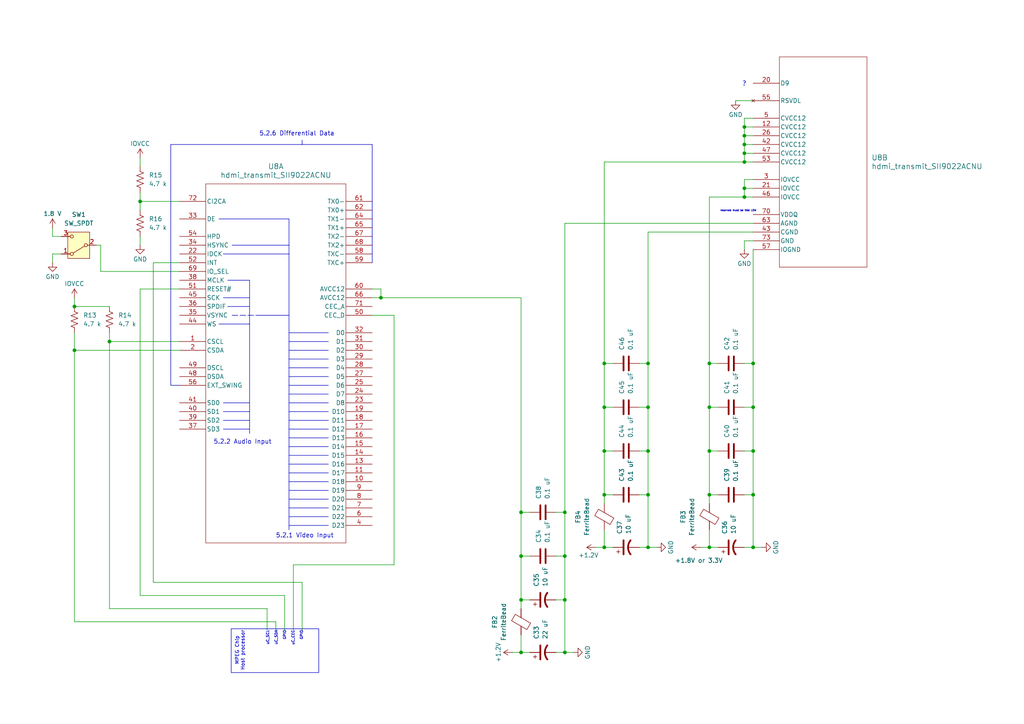
<source format=kicad_sch>
(kicad_sch (version 20250114) (generator "eeschema") (generator_version "9.0")
  (paper "A4")
  (lib_symbols
    (symbol "Device:C" (pin_numbers (hide yes)) (pin_names (offset 0.254))
      (property "Reference" "C" (at 0.635 2.54 0))
      (property "Value" "C" (at 0.635 -2.54 0))
      (symbol "C_0_1"
        (polyline (pts (xy -2.032 0.762) (xy 2.032 0.762)) (stroke (width 0.508)))
        (polyline (pts (xy -2.032 -0.762) (xy 2.032 -0.762)) (stroke (width 0.508)))
      )
      (symbol "C_1_1"
        (pin passive line (at 0 3.81 270) (length 2.794) (name "~") (number "1"))
        (pin passive line (at 0 -3.81 90) (length 2.794) (name "~") (number "2"))
      )
    )
    (symbol "Device:C_Polarized_US" (pin_numbers (hide yes)) (pin_names (offset 0.254) (hide yes))
      (property "Reference" "C" (at 0.635 2.54 0))
      (property "Value" "C_Polarized_US" (at 0.635 -2.54 0))
      (symbol "C_Polarized_US_0_1"
        (polyline (pts (xy -2.032 0.762) (xy 2.032 0.762)) (stroke (width 0.508)))
        (polyline (pts (xy -1.778 2.286) (xy -0.762 2.286)))
        (polyline (pts (xy -1.27 1.778) (xy -1.27 2.794)))
        (arc (start -2.032 -1.27) (mid 0 -0.5572) (end 2.032 -1.27) (stroke (width 0.508)))
      )
      (symbol "C_Polarized_US_1_1"
        (pin passive line (at 0 3.81 270) (length 2.794) (name "~") (number "1"))
        (pin passive line (at 0 -3.81 90) (length 3.302) (name "~") (number "2"))
      )
    )
    (symbol "Device:FerriteBead" (pin_numbers (hide yes)) (pin_names (offset 0))
      (property "Reference" "FB" (at -3.81 0.635 90))
      (property "Value" "FerriteBead" (at 3.81 0 90))
      (symbol "FerriteBead_0_1"
        (polyline (pts (xy -2.7686 0.4064) (xy -1.7018 2.2606) (xy 2.7686 -0.3048) (xy 1.6764 -2.159) (xy -2.7686 0.4064)))
        (polyline (pts (xy 0 1.27) (xy 0 1.2954)))
        (polyline (pts (xy 0 -1.27) (xy 0 -1.2192)))
      )
      (symbol "FerriteBead_1_1"
        (pin passive line (at 0 3.81 270) (length 2.54) (name "~") (number "1"))
        (pin passive line (at 0 -3.81 90) (length 2.54) (name "~") (number "2"))
      )
    )
    (symbol "Device:R_US" (pin_numbers (hide yes)) (pin_names (offset 0))
      (property "Reference" "R" (at 2.54 0 90))
      (property "Value" "R_US" (at -2.54 0 90))
      (symbol "R_US_0_1"
        (polyline (pts (xy 0 2.286) (xy 0 2.54)))
        (polyline (pts (xy 0 2.286) (xy 1.016 1.905) (xy 0 1.524) (xy -1.016 1.143) (xy 0 0.762)))
        (polyline (pts (xy 0 0.762) (xy 1.016 0.381) (xy 0 0) (xy -1.016 -0.381) (xy 0 -0.762)))
        (polyline (pts (xy 0 -0.762) (xy 1.016 -1.143) (xy 0 -1.524) (xy -1.016 -1.905) (xy 0 -2.286)))
        (polyline (pts (xy 0 -2.286) (xy 0 -2.54)))
      )
      (symbol "R_US_1_1"
        (pin passive line (at 0 3.81 270) (length 1.27) (name "~") (number "1"))
        (pin passive line (at 0 -3.81 90) (length 1.27) (name "~") (number "2"))
      )
    )
    (symbol "Switch:SW_SPDT" (pin_names (offset 0) (hide yes))
      (property "Reference" "SW" (at 0 5.08 0))
      (property "Value" "SW_SPDT" (at 0 -5.08 0))
      (symbol "SW_SPDT_0_1"
        (circle (center -2.032 0) (radius 0.4572))
        (polyline (pts (xy -1.651 0.254) (xy 1.651 2.286)))
        (circle (center 2.032 2.54) (radius 0.4572))
        (circle (center 2.032 -2.54) (radius 0.4572))
      )
      (symbol "SW_SPDT_1_1"
        (rectangle (start -3.175 3.81) (end 3.175 -3.81) (fill (type background)))
        (pin passive line (at -5.08 0 0) (length 2.54) (name "B") (number "2"))
        (pin passive line (at 5.08 2.54 180) (length 2.54) (name "A") (number "1"))
        (pin passive line (at 5.08 -2.54 180) (length 2.54) (name "C") (number "3"))
      )
    )
    (symbol "pc_mainboard:hdmi_transmit_SII9022ACNU" (pin_names (offset 0.254))
      (property "Reference" "U" (at 27.94 10.16 0))
      (property "Value" "hdmi_transmit_SII9022ACNU" (at 27.94 7.62 0))
      (symbol "hdmi_transmit_SII9022ACNU_1_1"
        (polyline (pts (xy 7.62 5.08) (xy 7.62 -99.06)) (stroke (width 0.127)))
        (polyline (pts (xy 7.62 -99.06) (xy 48.26 -99.06)) (stroke (width 0.127)))
        (polyline (pts (xy 48.26 5.08) (xy 7.62 5.08)) (stroke (width 0.127)))
        (polyline (pts (xy 48.26 -99.06) (xy 48.26 5.08)) (stroke (width 0.127)))
        (pin input line (at 0 0 0) (length 7.62) (name "CI2CA") (number "72"))
        (pin input line (at 0 -5.08 0) (length 7.62) (name "DE") (number "33"))
        (pin input line (at 0 -10.16 0) (length 7.62) (name "HPD") (number "54"))
        (pin input line (at 0 -12.7 0) (length 7.62) (name "HSYNC") (number "34"))
        (pin input line (at 0 -15.24 0) (length 7.62) (name "IDCK") (number "22"))
        (pin output line (at 0 -17.78 0) (length 7.62) (name "INT") (number "52"))
        (pin input line (at 0 -20.32 0) (length 7.62) (name "IO_SEL") (number "69"))
        (pin input line (at 0 -22.86 0) (length 7.62) (name "MCLK") (number "38"))
        (pin input line (at 0 -25.4 0) (length 7.62) (name "RESET#") (number "51"))
        (pin input line (at 0 -27.94 0) (length 7.62) (name "SCK") (number "45"))
        (pin input line (at 0 -30.48 0) (length 7.62) (name "SPDIF") (number "36"))
        (pin input line (at 0 -33.02 0) (length 7.62) (name "VSYNC") (number "35"))
        (pin input line (at 0 -35.56 0) (length 7.62) (name "WS") (number "44"))
        (pin bidirectional line (at 0 -40.64 0) (length 7.62) (name "CSCL") (number "1"))
        (pin bidirectional line (at 0 -43.18 0) (length 7.62) (name "CSDA") (number "2"))
        (pin bidirectional line (at 0 -48.26 0) (length 7.62) (name "DSCL") (number "49"))
        (pin bidirectional line (at 0 -50.8 0) (length 7.62) (name "DSDA") (number "48"))
        (pin unspecified line (at 0 -53.34 0) (length 7.62) (name "EXT_SWING") (number "56"))
        (pin input line (at 0 -58.42 0) (length 7.62) (name "SD0") (number "41"))
        (pin input line (at 0 -60.96 0) (length 7.62) (name "SD1") (number "40"))
        (pin input line (at 0 -63.5 0) (length 7.62) (name "SD2") (number "39"))
        (pin input line (at 0 -66.04 0) (length 7.62) (name "SD3") (number "37"))
        (pin output line (at 55.88 0 180) (length 7.62) (name "TX0-") (number "61"))
        (pin output line (at 55.88 -2.54 180) (length 7.62) (name "TX0+") (number "62"))
        (pin output line (at 55.88 -5.08 180) (length 7.62) (name "TX1-") (number "64"))
        (pin output line (at 55.88 -7.62 180) (length 7.62) (name "TX1+") (number "65"))
        (pin output line (at 55.88 -10.16 180) (length 7.62) (name "TX2-") (number "67"))
        (pin output line (at 55.88 -12.7 180) (length 7.62) (name "TX2+") (number "68"))
        (pin output line (at 55.88 -15.24 180) (length 7.62) (name "TXC-") (number "58"))
        (pin output line (at 55.88 -17.78 180) (length 7.62) (name "TXC+") (number "59"))
        (pin bidirectional line (at 55.88 -25.4 180) (length 7.62) (name "AVCC12") (number "60"))
        (pin bidirectional line (at 55.88 -27.94 180) (length 7.62) (name "AVCC12") (number "66"))
        (pin bidirectional line (at 55.88 -30.48 180) (length 7.62) (name "CEC_A") (number "71"))
        (pin bidirectional line (at 55.88 -33.02 180) (length 7.62) (name "CEC_D") (number "50"))
        (pin input line (at 55.88 -38.1 180) (length 7.62) (name "D0") (number "32"))
        (pin input line (at 55.88 -40.64 180) (length 7.62) (name "D1") (number "31"))
        (pin input line (at 55.88 -43.18 180) (length 7.62) (name "D2") (number "30"))
        (pin input line (at 55.88 -45.72 180) (length 7.62) (name "D3") (number "29"))
        (pin input line (at 55.88 -48.26 180) (length 7.62) (name "D4") (number "28"))
        (pin input line (at 55.88 -50.8 180) (length 7.62) (name "D5") (number "27"))
        (pin input line (at 55.88 -53.34 180) (length 7.62) (name "D6") (number "25"))
        (pin input line (at 55.88 -55.88 180) (length 7.62) (name "D7") (number "24"))
        (pin input line (at 55.88 -58.42 180) (length 7.62) (name "D8") (number "23"))
        (pin input line (at 55.88 -60.96 180) (length 7.62) (name "D10") (number "19"))
        (pin input line (at 55.88 -63.5 180) (length 7.62) (name "D11") (number "18"))
        (pin input line (at 55.88 -66.04 180) (length 7.62) (name "D12") (number "17"))
        (pin input line (at 55.88 -68.58 180) (length 7.62) (name "D13") (number "16"))
        (pin input line (at 55.88 -71.12 180) (length 7.62) (name "D14") (number "15"))
        (pin input line (at 55.88 -73.66 180) (length 7.62) (name "D15") (number "14"))
        (pin input line (at 55.88 -76.2 180) (length 7.62) (name "D16") (number "13"))
        (pin input line (at 55.88 -78.74 180) (length 7.62) (name "D17") (number "11"))
        (pin input line (at 55.88 -81.28 180) (length 7.62) (name "D18") (number "10"))
        (pin input line (at 55.88 -83.82 180) (length 7.62) (name "D19") (number "9"))
        (pin input line (at 55.88 -86.36 180) (length 7.62) (name "D20") (number "8"))
        (pin input line (at 55.88 -88.9 180) (length 7.62) (name "D21") (number "7"))
        (pin input line (at 55.88 -91.44 180) (length 7.62) (name "D22") (number "6"))
        (pin input line (at 55.88 -93.98 180) (length 7.62) (name "D23") (number "4"))
      )
      (symbol "hdmi_transmit_SII9022ACNU_2_1"
        (polyline (pts (xy 7.62 7.62) (xy 7.62 -53.34)) (stroke (width 0.127)))
        (polyline (pts (xy 7.62 -53.34) (xy 33.02 -53.34)) (stroke (width 0.127)))
        (polyline (pts (xy 33.02 7.62) (xy 7.62 7.62)) (stroke (width 0.127)))
        (polyline (pts (xy 33.02 -53.34) (xy 33.02 7.62)) (stroke (width 0.127)))
        (pin input line (at 0 0 0) (length 7.62) (name "D9") (number "20"))
        (pin no_connect line (at 0 -5.08 0) (length 7.62) (name "RSVDL") (number "55"))
        (pin power_in line (at 0 -10.16 0) (length 7.62) (name "CVCC12") (number "5"))
        (pin power_in line (at 0 -12.7 0) (length 7.62) (name "CVCC12") (number "12"))
        (pin power_in line (at 0 -15.24 0) (length 7.62) (name "CVCC12") (number "26"))
        (pin power_in line (at 0 -17.78 0) (length 7.62) (name "CVCC12") (number "42"))
        (pin power_in line (at 0 -20.32 0) (length 7.62) (name "CVCC12") (number "47"))
        (pin power_in line (at 0 -22.86 0) (length 7.62) (name "CVCC12") (number "53"))
        (pin power_in line (at 0 -27.94 0) (length 7.62) (name "IOVCC") (number "3"))
        (pin power_in line (at 0 -30.48 0) (length 7.62) (name "IOVCC") (number "21"))
        (pin power_in line (at 0 -33.02 0) (length 7.62) (name "IOVCC") (number "46"))
        (pin power_in line (at 0 -38.1 0) (length 7.62) (name "VDDQ") (number "70"))
        (pin power_out line (at 0 -40.64 0) (length 7.62) (name "AGND") (number "63"))
        (pin power_out line (at 0 -43.18 0) (length 7.62) (name "CGND") (number "43"))
        (pin power_out line (at 0 -45.72 0) (length 7.62) (name "GND") (number "73"))
        (pin power_out line (at 0 -48.26 0) (length 7.62) (name "IOGND") (number "57"))
      )
    )
    (symbol "power:+1V35" (power) (pin_numbers (hide yes)) (pin_names (offset 0) (hide yes))
      (property "Value" "+1V35" (at 0 3.556 0))
      (symbol "+1V35_0_1"
        (polyline (pts (xy -0.762 1.27) (xy 0 2.54)))
        (polyline (pts (xy 0 2.54) (xy 0.762 1.27)))
        (polyline (pts (xy 0 0) (xy 0 2.54)))
      )
      (symbol "+1V35_1_1"
        (pin power_in line (at 0 0 90) (length 0) (name "~") (number "1"))
      )
    )
    (symbol "power:GND" (power) (pin_numbers (hide yes)) (pin_names (offset 0) (hide yes))
      (property "Value" "GND" (at 0 -3.81 0))
      (symbol "GND_0_1"
        (polyline (pts (xy 0 0) (xy 0 -1.27) (xy 1.27 -1.27) (xy 0 -2.54) (xy -1.27 -1.27) (xy 0 -1.27)))
      )
      (symbol "GND_1_1"
        (pin power_in line (at 0 0 270) (length 0) (name "~") (number "1"))
      )
    )
  )
  (rectangle (start 67.056 195.072) (end 92.456 182.372))
  (text "MPEG Chip\nHost processor" (at 69.596 188.722 90) (effects (font (size 1.016 1.016))))
  (text "reserved must be tied LOW" (at 214.122 61.214 0) (effects (font (size 0.508 0.508))))
  (text "5.2.1 Video Input" (at 88.392 155.448 0) (effects (font (size 1.27 1.27))))
  (text "5.2.6 Differential Data" (at 86.106 38.862 0) (effects (font (size 1.27 1.27))))
  (text "5.2.2 Audio Input" (at 70.358 128.27 0) (effects (font (size 1.27 1.27))))
  (text "uC_SCL\n\nuC_SDA\n\nGPIO\n\nuC_CEC\n\nGPIO" (at 82.55 182.88 90) (effects (font (size 0.762 0.762)) (justify right)))
  (text "?" (at 215.9 24.384 0) (effects (font (size 1.27 1.27))))
  (junction (at 205.74 130.81))
  (junction (at 215.9 36.83))
  (junction (at 218.44 118.11))
  (junction (at 151.13 173.99))
  (junction (at 151.13 189.23))
  (junction (at 21.59 88.9))
  (junction (at 218.44 158.75))
  (junction (at 187.96 143.51))
  (junction (at 205.74 105.41))
  (junction (at 187.96 118.11))
  (junction (at 218.44 143.51))
  (junction (at 218.44 105.41))
  (junction (at 40.64 58.42))
  (junction (at 163.83 189.23))
  (junction (at 205.74 143.51))
  (junction (at 187.96 105.41))
  (junction (at 187.96 130.81))
  (junction (at 215.9 41.91))
  (junction (at 215.9 54.61))
  (junction (at 21.59 101.6))
  (junction (at 163.83 148.59))
  (junction (at 205.74 158.75))
  (junction (at 175.26 118.11))
  (junction (at 175.26 158.75))
  (junction (at 187.96 158.75))
  (junction (at 215.9 39.37))
  (junction (at 151.13 161.29))
  (junction (at 31.75 99.06))
  (junction (at 215.9 46.99))
  (junction (at 163.83 173.99))
  (junction (at 163.83 161.29))
  (junction (at 175.26 105.41))
  (junction (at 205.74 118.11))
  (junction (at 110.49 86.36))
  (junction (at 215.9 44.45))
  (junction (at 175.26 130.81))
  (junction (at 151.13 148.59))
  (junction (at 215.9 57.15))
  (junction (at 175.26 143.51))
  (junction (at 218.44 130.81))
  (wire (pts (xy 205.74 158.75) (xy 205.74 153.67)))
  (wire (pts (xy 215.9 36.83) (xy 218.44 36.83)))
  (wire (pts (xy 80.01 180.34) (xy 21.59 180.34)))
  (wire (pts (xy 203.2 158.75) (xy 205.74 158.75)))
  (polyline (pts (xy 107.95 76.2) (xy 107.95 41.91)))
  (polyline (pts (xy 83.82 127) (xy 95.25 127)))
  (wire (pts (xy 87.63 182.88) (xy 87.63 168.91)))
  (polyline (pts (xy 83.82 121.92) (xy 95.25 121.92)))
  (wire (pts (xy 29.21 71.12) (xy 29.21 78.74)))
  (wire (pts (xy 215.9 39.37) (xy 218.44 39.37)))
  (wire (pts (xy 52.07 101.6) (xy 21.59 101.6)))
  (wire (pts (xy 187.96 130.81) (xy 185.42 130.81)))
  (wire (pts (xy 163.83 64.77) (xy 218.44 64.77)))
  (wire (pts (xy 215.9 36.83) (xy 215.9 39.37)))
  (wire (pts (xy 215.9 52.07) (xy 215.9 54.61)))
  (wire (pts (xy 21.59 88.9) (xy 31.75 88.9)))
  (wire (pts (xy 215.9 54.61) (xy 215.9 57.15)))
  (wire (pts (xy 82.55 172.72) (xy 40.64 172.72)))
  (polyline (pts (xy 83.82 71.12) (xy 83.82 73.66)))
  (polyline (pts (xy 83.82 152.4) (xy 95.25 152.4)))
  (wire (pts (xy 205.74 143.51) (xy 205.74 130.81)))
  (wire (pts (xy 218.44 52.07) (xy 215.9 52.07)))
  (wire (pts (xy 205.74 130.81) (xy 208.28 130.81)))
  (wire (pts (xy 218.44 158.75) (xy 220.98 158.75)))
  (wire (pts (xy 187.96 143.51) (xy 185.42 143.51)))
  (wire (pts (xy 205.74 146.05) (xy 205.74 143.51)))
  (polyline (pts (xy 67.31 71.12) (xy 83.82 71.12)))
  (polyline (pts (xy 83.82 149.86) (xy 95.25 149.86)))
  (wire (pts (xy 40.64 83.82) (xy 40.64 172.72)))
  (wire (pts (xy 175.26 143.51) (xy 175.26 130.81)))
  (polyline (pts (xy 83.82 132.08) (xy 95.25 132.08)))
  (wire (pts (xy 218.44 105.41) (xy 215.9 105.41)))
  (wire (pts (xy 163.83 189.23) (xy 163.83 173.99)))
  (wire (pts (xy 218.44 143.51) (xy 218.44 130.81)))
  (wire (pts (xy 31.75 96.52) (xy 31.75 99.06)))
  (wire (pts (xy 215.9 69.85) (xy 215.9 72.39)))
  (polyline (pts (xy 63.5 63.5) (xy 83.82 63.5)))
  (wire (pts (xy 17.78 73.66) (xy 15.24 73.66)))
  (wire (pts (xy 21.59 101.6) (xy 21.59 96.52)))
  (wire (pts (xy 187.96 158.75) (xy 190.5 158.75)))
  (wire (pts (xy 205.74 118.11) (xy 205.74 105.41)))
  (wire (pts (xy 163.83 161.29) (xy 161.29 161.29)))
  (wire (pts (xy 185.42 158.75) (xy 187.96 158.75)))
  (wire (pts (xy 87.63 168.91) (xy 44.45 168.91)))
  (wire (pts (xy 187.96 67.31) (xy 187.96 105.41)))
  (polyline (pts (xy 83.82 99.06) (xy 95.25 99.06)))
  (polyline (pts (xy 66.04 81.28) (xy 72.39 81.28)))
  (wire (pts (xy 175.26 130.81) (xy 175.26 118.11)))
  (wire (pts (xy 40.64 68.58) (xy 40.64 71.12)))
  (wire (pts (xy 151.13 148.59) (xy 153.67 148.59)))
  (polyline (pts (xy 64.77 86.36) (xy 72.39 86.36)))
  (wire (pts (xy 110.49 86.36) (xy 107.95 86.36)))
  (wire (pts (xy 205.74 143.51) (xy 208.28 143.51)))
  (polyline (pts (xy 87.63 41.91) (xy 49.53 41.91)))
  (wire (pts (xy 215.9 158.75) (xy 218.44 158.75)))
  (wire (pts (xy 40.64 58.42) (xy 40.64 60.96)))
  (polyline (pts (xy 87.63 40.64) (xy 87.63 41.91)))
  (wire (pts (xy 218.44 69.85) (xy 215.9 69.85)))
  (wire (pts (xy 215.9 57.15) (xy 218.44 57.15)))
  (wire (pts (xy 187.96 130.81) (xy 187.96 118.11)))
  (wire (pts (xy 151.13 161.29) (xy 153.67 161.29)))
  (wire (pts (xy 213.36 29.21) (xy 218.44 29.21)))
  (wire (pts (xy 44.45 76.2) (xy 52.07 76.2)))
  (wire (pts (xy 151.13 86.36) (xy 110.49 86.36)))
  (wire (pts (xy 215.9 54.61) (xy 218.44 54.61)))
  (polyline (pts (xy 107.95 41.91) (xy 87.63 41.91)))
  (wire (pts (xy 151.13 173.99) (xy 153.67 173.99)))
  (wire (pts (xy 215.9 44.45) (xy 218.44 44.45)))
  (wire (pts (xy 218.44 118.11) (xy 215.9 118.11)))
  (wire (pts (xy 175.26 46.99) (xy 175.26 105.41)))
  (wire (pts (xy 175.26 118.11) (xy 177.8 118.11)))
  (wire (pts (xy 151.13 176.53) (xy 151.13 173.99)))
  (wire (pts (xy 175.26 143.51) (xy 177.8 143.51)))
  (wire (pts (xy 85.09 163.83) (xy 114.3 163.83)))
  (wire (pts (xy 151.13 189.23) (xy 151.13 184.15)))
  (wire (pts (xy 44.45 168.91) (xy 44.45 76.2)))
  (polyline (pts (xy 83.82 144.78) (xy 95.25 144.78)))
  (polyline (pts (xy 83.82 96.52) (xy 95.25 96.52)))
  (wire (pts (xy 187.96 105.41) (xy 185.42 105.41)))
  (wire (pts (xy 218.44 158.75) (xy 218.44 143.51)))
  (polyline (pts (xy 83.82 63.5) (xy 83.82 71.12)))
  (wire (pts (xy 21.59 86.36) (xy 21.59 88.9)))
  (wire (pts (xy 163.83 189.23) (xy 166.37 189.23)))
  (polyline (pts (xy 83.82 106.68) (xy 95.25 106.68)))
  (wire (pts (xy 15.24 66.04) (xy 15.24 68.58)))
  (wire (pts (xy 218.44 130.81) (xy 215.9 130.81)))
  (wire (pts (xy 205.74 158.75) (xy 208.28 158.75)))
  (wire (pts (xy 215.9 44.45) (xy 215.9 46.99)))
  (wire (pts (xy 187.96 158.75) (xy 187.96 143.51)))
  (polyline (pts (xy 64.77 121.92) (xy 72.39 121.92)))
  (polyline (pts (xy 83.82 142.24) (xy 95.25 142.24)))
  (wire (pts (xy 175.26 105.41) (xy 177.8 105.41)))
  (wire (pts (xy 107.95 83.82) (xy 110.49 83.82)))
  (polyline (pts (xy 49.53 111.76) (xy 52.07 111.76)))
  (wire (pts (xy 151.13 148.59) (xy 151.13 86.36)))
  (wire (pts (xy 27.94 71.12) (xy 29.21 71.12)))
  (wire (pts (xy 29.21 78.74) (xy 52.07 78.74)))
  (wire (pts (xy 175.26 153.67) (xy 175.26 158.75)))
  (wire (pts (xy 163.83 148.59) (xy 163.83 64.77)))
  (wire (pts (xy 163.83 173.99) (xy 163.83 161.29)))
  (wire (pts (xy 218.44 143.51) (xy 215.9 143.51)))
  (wire (pts (xy 187.96 143.51) (xy 187.96 130.81)))
  (wire (pts (xy 163.83 161.29) (xy 163.83 148.59)))
  (wire (pts (xy 40.64 45.72) (xy 40.64 48.26)))
  (polyline (pts (xy 67.31 91.44) (xy 74.93 91.44)) (stroke (width 0) (type dash)))
  (polyline (pts (xy 83.82 116.84) (xy 95.25 116.84)))
  (polyline (pts (xy 64.77 73.66) (xy 83.82 73.66)))
  (wire (pts (xy 218.44 67.31) (xy 187.96 67.31)))
  (polyline (pts (xy 64.77 119.38) (xy 72.39 119.38)))
  (wire (pts (xy 205.74 57.15) (xy 215.9 57.15)))
  (wire (pts (xy 40.64 58.42) (xy 52.07 58.42)))
  (wire (pts (xy 187.96 118.11) (xy 187.96 105.41)))
  (wire (pts (xy 40.64 83.82) (xy 52.07 83.82)))
  (wire (pts (xy 215.9 41.91) (xy 215.9 44.45)))
  (wire (pts (xy 175.26 130.81) (xy 177.8 130.81)))
  (polyline (pts (xy 74.93 91.44) (xy 83.82 91.44)))
  (wire (pts (xy 175.26 158.75) (xy 172.72 158.75)))
  (polyline (pts (xy 83.82 153.67) (xy 83.82 73.66)))
  (wire (pts (xy 80.01 182.88) (xy 80.01 180.34)))
  (polyline (pts (xy 49.53 41.91) (xy 49.53 111.76)))
  (wire (pts (xy 114.3 91.44) (xy 107.95 91.44)))
  (wire (pts (xy 40.64 55.88) (xy 40.64 58.42)))
  (polyline (pts (xy 83.82 111.76) (xy 95.25 111.76)))
  (wire (pts (xy 15.24 68.58) (xy 17.78 68.58)))
  (polyline (pts (xy 83.82 147.32) (xy 95.25 147.32)))
  (wire (pts (xy 151.13 189.23) (xy 153.67 189.23)))
  (polyline (pts (xy 66.04 88.9) (xy 72.39 88.9)))
  (wire (pts (xy 205.74 130.81) (xy 205.74 118.11)))
  (polyline (pts (xy 83.82 104.14) (xy 95.25 104.14)))
  (wire (pts (xy 218.44 118.11) (xy 218.44 105.41)))
  (wire (pts (xy 148.59 189.23) (xy 151.13 189.23)))
  (wire (pts (xy 151.13 161.29) (xy 151.13 148.59)))
  (wire (pts (xy 77.47 182.88) (xy 77.47 176.53)))
  (wire (pts (xy 187.96 118.11) (xy 185.42 118.11)))
  (wire (pts (xy 163.83 173.99) (xy 161.29 173.99)))
  (polyline (pts (xy 83.82 101.6) (xy 95.25 101.6)))
  (polyline (pts (xy 64.77 116.84) (xy 72.39 116.84)))
  (wire (pts (xy 215.9 41.91) (xy 218.44 41.91)))
  (wire (pts (xy 175.26 146.05) (xy 175.26 143.51)))
  (wire (pts (xy 31.75 176.53) (xy 31.75 99.06)))
  (polyline (pts (xy 83.82 114.3) (xy 95.25 114.3)))
  (wire (pts (xy 205.74 118.11) (xy 208.28 118.11)))
  (wire (pts (xy 163.83 148.59) (xy 161.29 148.59)))
  (wire (pts (xy 31.75 99.06) (xy 52.07 99.06)))
  (polyline (pts (xy 63.5 93.98) (xy 72.39 93.98)))
  (wire (pts (xy 215.9 46.99) (xy 175.26 46.99)))
  (wire (pts (xy 15.24 73.66) (xy 15.24 76.2)))
  (wire (pts (xy 82.55 182.88) (xy 82.55 172.72)))
  (wire (pts (xy 215.9 34.29) (xy 215.9 36.83)))
  (wire (pts (xy 218.44 130.81) (xy 218.44 118.11)))
  (wire (pts (xy 85.09 182.88) (xy 85.09 163.83)))
  (wire (pts (xy 218.44 72.39) (xy 218.44 105.41)))
  (polyline (pts (xy 83.82 129.54) (xy 95.25 129.54)))
  (polyline (pts (xy 83.82 119.38) (xy 95.25 119.38)))
  (polyline (pts (xy 83.82 137.16) (xy 95.25 137.16)))
  (wire (pts (xy 151.13 173.99) (xy 151.13 161.29)))
  (wire (pts (xy 215.9 39.37) (xy 215.9 41.91)))
  (polyline (pts (xy 72.39 93.98) (xy 72.39 125.73)))
  (polyline (pts (xy 83.82 134.62) (xy 95.25 134.62)))
  (polyline (pts (xy 83.82 124.46) (xy 95.25 124.46)))
  (wire (pts (xy 205.74 105.41) (xy 208.28 105.41)))
  (wire (pts (xy 114.3 163.83) (xy 114.3 91.44)))
  (wire (pts (xy 175.26 158.75) (xy 177.8 158.75)))
  (wire (pts (xy 175.26 118.11) (xy 175.26 105.41)))
  (polyline (pts (xy 64.77 124.46) (xy 72.39 124.46)))
  (polyline (pts (xy 72.39 81.28) (xy 72.39 93.98)))
  (wire (pts (xy 205.74 105.41) (xy 205.74 57.15)))
  (wire (pts (xy 77.47 176.53) (xy 31.75 176.53)))
  (wire (pts (xy 218.44 34.29) (xy 215.9 34.29)))
  (wire (pts (xy 161.29 189.23) (xy 163.83 189.23)))
  (wire (pts (xy 21.59 180.34) (xy 21.59 101.6)))
  (polyline (pts (xy 83.82 139.7) (xy 95.25 139.7)))
  (wire (pts (xy 110.49 83.82) (xy 110.49 86.36)))
  (polyline (pts (xy 83.82 109.22) (xy 95.25 109.22)))
  (wire (pts (xy 215.9 46.99) (xy 218.44 46.99)))
  (symbol (lib_id "Switch:SW_SPDT") (at 22.86 71.12 180) (unit 1)
    (property "Reference" "SW1" (at 22.86 62.23 0))
    (property "Value" "SW_SPDT" (at 22.86 64.77 0))
    (property "Description" "Switch, single pole double throw" (effects (hide yes)))
  )
  (symbol (lib_id "Device:FerriteBead") (at 151.13 180.34 180) (unit 1)
    (property "Reference" "FB2" (at 143.51 180.3908 90))
    (property "Value" "FerriteBead" (at 146.05 180.3908 90))
    (property "Description" "Ferrite bead" (effects (hide yes)))
  )
  (symbol (lib_id "Device:R_US") (at 31.75 92.71 0) (unit 1)
    (property "Reference" "R14" (at 34.29 91.4399 0) (effects (justify left)))
    (property "Value" "4.7 k" (at 34.29 93.9799 0) (effects (justify left)))
    (property "Description" "Resistor, US symbol" (effects (hide yes)))
  )
  (symbol (lib_id "power:GND") (at 220.98 158.75 90) (unit 1)
    (property "Reference" "#PWR045" (effects (hide yes)))
    (property "Value" "GND" (at 225.044 158.75 0))
    (property "Description" "Power symbol creates a global label with name \"GND\" , ground" (effects (hide yes)))
  )
  (symbol (lib_id "Device:C") (at 157.48 161.29 90) (unit 1)
    (property "Reference" "C34" (at 156.2099 157.48 0) (effects (justify left)))
    (property "Value" "0.1 uF" (at 158.7499 157.48 0) (effects (justify left)))
    (property "Description" "Unpolarized capacitor" (effects (hide yes)))
  )
  (symbol (lib_id "Device:C_Polarized_US") (at 157.48 173.99 90) (unit 1)
    (property "Reference" "C35" (at 155.5749 170.18 0) (effects (justify left)))
    (property "Value" "10 uF" (at 158.1149 170.18 0) (effects (justify left)))
    (property "Description" "Polarized capacitor, US symbol" (effects (hide yes)))
  )
  (symbol (lib_id "Device:C") (at 181.61 143.51 90) (unit 1)
    (property "Reference" "C43" (at 180.3399 139.7 0) (effects (justify left)))
    (property "Value" "0.1 uF" (at 182.8799 139.7 0) (effects (justify left)))
    (property "Description" "Unpolarized capacitor" (effects (hide yes)))
  )
  (symbol (lib_id "power:GND") (at 15.24 76.2 0) (unit 1)
    (property "Reference" "#PWR048" (effects (hide yes)))
    (property "Value" "GND" (at 15.24 80.264 0))
    (property "Description" "Power symbol creates a global label with name \"GND\" , ground" (effects (hide yes)))
  )
  (symbol (lib_id "Device:R_US") (at 21.59 92.71 0) (unit 1)
    (property "Reference" "R13" (at 24.13 91.4399 0) (effects (justify left)))
    (property "Value" "4.7 k" (at 24.13 93.9799 0) (effects (justify left)))
    (property "Description" "Resistor, US symbol" (effects (hide yes)))
  )
  (symbol (lib_id "Device:C") (at 212.09 143.51 90) (unit 1)
    (property "Reference" "C39" (at 210.8199 139.7 0) (effects (justify left)))
    (property "Value" "0.1 uF" (at 213.3599 139.7 0) (effects (justify left)))
    (property "Description" "Unpolarized capacitor" (effects (hide yes)))
  )
  (symbol (lib_id "pc_mainboard:hdmi_transmit_SII9022ACNU") (at 218.44 24.13 0) (unit 2)
    (property "Reference" "U8" (at 252.73 45.7199 0) (effects (font (size 1.524 1.524)) (justify left)))
    (property "Value" "hdmi_transmit_SII9022ACNU" (at 252.73 48.2599 0) (effects (font (size 1.524 1.524)) (justify left)))
    (property "Footprint" "QFN72_10X10_LAT" (effects (hide yes)))
    (property "Datasheet" "SII9022ACNU" (effects (hide yes)))
  )
  (symbol (lib_id "power:GND") (at 40.64 71.12 0) (unit 1)
    (property "Reference" "#PWR050" (effects (hide yes)))
    (property "Value" "GND" (at 40.64 75.184 0))
    (property "Description" "Power symbol creates a global label with name \"GND\" , ground" (effects (hide yes)))
  )
  (symbol (lib_id "power:+1V35") (at 172.72 158.75 90) (unit 1)
    (property "Reference" "#PWR043" (effects (hide yes)))
    (property "Value" "+1.2V" (at 170.688 161.036 90))
    (property "Description" "Power symbol creates a global label with name \"+1V35\"" (effects (hide yes)))
  )
  (symbol (lib_id "power:+1V35") (at 203.2 158.75 90) (unit 1)
    (property "Reference" "#PWR042" (effects (hide yes)))
    (property "Value" "+1.8V or 3.3V" (at 202.692 162.56 90))
    (property "Description" "Power symbol creates a global label with name \"+1V35\"" (effects (hide yes)))
  )
  (symbol (lib_id "power:+1V35") (at 15.24 66.04 0) (unit 1)
    (property "Reference" "#PWR047" (effects (hide yes)))
    (property "Value" "1.8 V" (at 15.24 61.976 0))
    (property "Description" "Power symbol creates a global label with name \"+1V35\"" (effects (hide yes)))
  )
  (symbol (lib_id "Device:C_Polarized_US") (at 157.48 189.23 90) (unit 1)
    (property "Reference" "C33" (at 155.5749 185.42 0) (effects (justify left)))
    (property "Value" "22 uF" (at 158.1149 185.42 0) (effects (justify left)))
    (property "Description" "Polarized capacitor, US symbol" (effects (hide yes)))
  )
  (symbol (lib_id "Device:C") (at 181.61 118.11 90) (unit 1)
    (property "Reference" "C45" (at 180.3399 114.3 0) (effects (justify left)))
    (property "Value" "0.1 uF" (at 182.8799 114.3 0) (effects (justify left)))
    (property "Description" "Unpolarized capacitor" (effects (hide yes)))
  )
  (symbol (lib_id "pc_mainboard:hdmi_transmit_SII9022ACNU") (at 52.07 58.42 0) (unit 1)
    (property "Reference" "U8" (at 80.01 48.26 0) (effects (font (size 1.524 1.524))))
    (property "Value" "hdmi_transmit_SII9022ACNU" (at 80.01 50.8 0) (effects (font (size 1.524 1.524))))
    (property "Footprint" "QFN72_10X10_LAT" (effects (hide yes)))
    (property "Datasheet" "SII9022ACNU" (effects (hide yes)))
  )
  (symbol (lib_id "Device:C_Polarized_US") (at 212.09 158.75 90) (unit 1)
    (property "Reference" "C36" (at 210.1849 154.94 0) (effects (justify left)))
    (property "Value" "10 uF" (at 212.7249 154.94 0) (effects (justify left)))
    (property "Description" "Polarized capacitor, US symbol" (effects (hide yes)))
  )
  (symbol (lib_id "Device:R_US") (at 40.64 52.07 0) (unit 1)
    (property "Reference" "R15" (at 43.18 50.7999 0) (effects (justify left)))
    (property "Value" "4.7 k" (at 43.18 53.3399 0) (effects (justify left)))
    (property "Description" "Resistor, US symbol" (effects (hide yes)))
  )
  (symbol (lib_id "Device:C_Polarized_US") (at 181.61 158.75 90) (unit 1)
    (property "Reference" "C37" (at 179.7049 154.94 0) (effects (justify left)))
    (property "Value" "10 uF" (at 182.2449 154.94 0) (effects (justify left)))
    (property "Description" "Polarized capacitor, US symbol" (effects (hide yes)))
  )
  (symbol (lib_id "Device:R_US") (at 40.64 64.77 0) (unit 1)
    (property "Reference" "R16" (at 43.18 63.4999 0) (effects (justify left)))
    (property "Value" "4.7 k" (at 43.18 66.0399 0) (effects (justify left)))
    (property "Description" "Resistor, US symbol" (effects (hide yes)))
  )
  (symbol (lib_id "power:GND") (at 190.5 158.75 90) (unit 1)
    (property "Reference" "#PWR046" (effects (hide yes)))
    (property "Value" "GND" (at 194.564 158.75 0))
    (property "Description" "Power symbol creates a global label with name \"GND\" , ground" (effects (hide yes)))
  )
  (symbol (lib_id "power:+1V35") (at 148.59 189.23 90) (unit 1)
    (property "Reference" "#PWR039" (effects (hide yes)))
    (property "Value" "+1.2V" (at 144.526 189.23 0))
    (property "Description" "Power symbol creates a global label with name \"+1V35\"" (effects (hide yes)))
  )
  (symbol (lib_id "Device:C") (at 212.09 130.81 90) (unit 1)
    (property "Reference" "C40" (at 210.8199 127 0) (effects (justify left)))
    (property "Value" "0.1 uF" (at 213.3599 127 0) (effects (justify left)))
    (property "Description" "Unpolarized capacitor" (effects (hide yes)))
  )
  (symbol (lib_id "power:GND") (at 213.36 29.21 0) (unit 1)
    (property "Reference" "#PWR049" (effects (hide yes)))
    (property "Value" "GND" (at 213.36 33.274 0))
    (property "Description" "Power symbol creates a global label with name \"GND\" , ground" (effects (hide yes)))
  )
  (symbol (lib_id "power:GND") (at 166.37 189.23 90) (unit 1)
    (property "Reference" "#PWR044" (effects (hide yes)))
    (property "Value" "GND" (at 170.434 189.23 0))
    (property "Description" "Power symbol creates a global label with name \"GND\" , ground" (effects (hide yes)))
  )
  (symbol (lib_id "Device:C") (at 212.09 105.41 90) (unit 1)
    (property "Reference" "C42" (at 210.8199 101.6 0) (effects (justify left)))
    (property "Value" "0.1 uF" (at 213.3599 101.6 0) (effects (justify left)))
    (property "Description" "Unpolarized capacitor" (effects (hide yes)))
  )
  (symbol (lib_id "Device:FerriteBead") (at 175.26 149.86 180) (unit 1)
    (property "Reference" "FB4" (at 167.64 149.9108 90))
    (property "Value" "FerriteBead" (at 170.18 149.9108 90))
    (property "Description" "Ferrite bead" (effects (hide yes)))
  )
  (symbol (lib_id "Device:FerriteBead") (at 205.74 149.86 180) (unit 1)
    (property "Reference" "FB3" (at 198.12 149.9108 90))
    (property "Value" "FerriteBead" (at 200.66 149.9108 90))
    (property "Description" "Ferrite bead" (effects (hide yes)))
  )
  (symbol (lib_id "power:GND") (at 215.9 72.39 0) (unit 1)
    (property "Reference" "#PWR053" (effects (hide yes)))
    (property "Value" "GND" (at 215.9 76.454 0))
    (property "Description" "Power symbol creates a global label with name \"GND\" , ground" (effects (hide yes)))
  )
  (symbol (lib_id "Device:C") (at 212.09 118.11 90) (unit 1)
    (property "Reference" "C41" (at 210.8199 114.3 0) (effects (justify left)))
    (property "Value" "0.1 uF" (at 213.3599 114.3 0) (effects (justify left)))
    (property "Description" "Unpolarized capacitor" (effects (hide yes)))
  )
  (symbol (lib_id "power:+1V35") (at 40.64 45.72 0) (unit 1)
    (property "Reference" "#PWR052" (effects (hide yes)))
    (property "Value" "IOVCC" (at 40.64 41.656 0))
    (property "Description" "Power symbol creates a global label with name \"+1V35\"" (effects (hide yes)))
  )
  (symbol (lib_id "power:+1V35") (at 21.59 86.36 0) (unit 1)
    (property "Reference" "#PWR051" (effects (hide yes)))
    (property "Value" "IOVCC" (at 21.59 82.296 0))
    (property "Description" "Power symbol creates a global label with name \"+1V35\"" (effects (hide yes)))
  )
  (symbol (lib_id "Device:C") (at 181.61 105.41 90) (unit 1)
    (property "Reference" "C46" (at 180.3399 101.6 0) (effects (justify left)))
    (property "Value" "0.1 uF" (at 182.8799 101.6 0) (effects (justify left)))
    (property "Description" "Unpolarized capacitor" (effects (hide yes)))
  )
  (symbol (lib_id "Device:C") (at 181.61 130.81 90) (unit 1)
    (property "Reference" "C44" (at 180.3399 127 0) (effects (justify left)))
    (property "Value" "0.1 uF" (at 182.8799 127 0) (effects (justify left)))
    (property "Description" "Unpolarized capacitor" (effects (hide yes)))
  )
  (symbol (lib_id "Device:C") (at 157.48 148.59 90) (unit 1)
    (property "Reference" "C38" (at 156.2099 144.78 0) (effects (justify left)))
    (property "Value" "0.1 uF" (at 158.7499 144.78 0) (effects (justify left)))
    (property "Description" "Unpolarized capacitor" (effects (hide yes)))
  )
)
</source>
